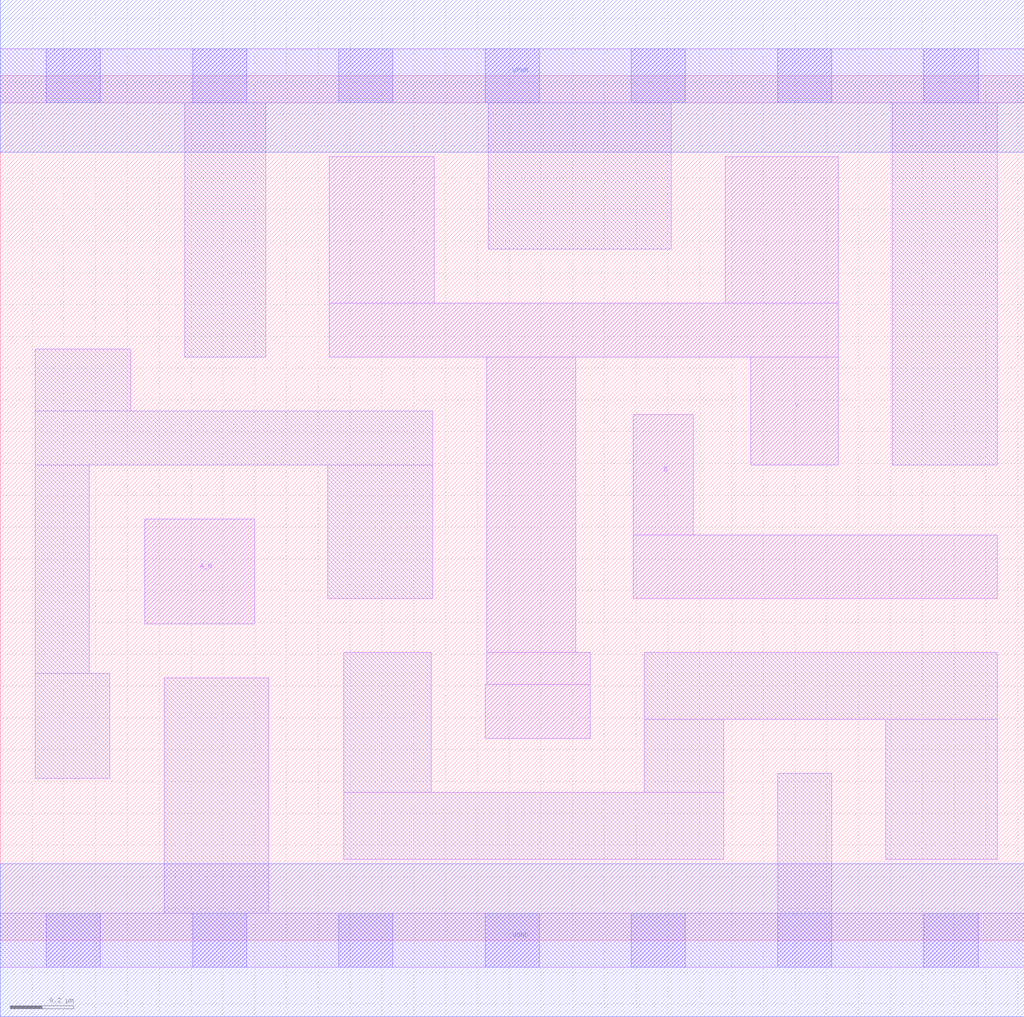
<source format=lef>
# Copyright 2020 The SkyWater PDK Authors
#
# Licensed under the Apache License, Version 2.0 (the "License");
# you may not use this file except in compliance with the License.
# You may obtain a copy of the License at
#
#     https://www.apache.org/licenses/LICENSE-2.0
#
# Unless required by applicable law or agreed to in writing, software
# distributed under the License is distributed on an "AS IS" BASIS,
# WITHOUT WARRANTIES OR CONDITIONS OF ANY KIND, either express or implied.
# See the License for the specific language governing permissions and
# limitations under the License.
#
# SPDX-License-Identifier: Apache-2.0

VERSION 5.7 ;
  NOWIREEXTENSIONATPIN ON ;
  DIVIDERCHAR "/" ;
  BUSBITCHARS "[]" ;
UNITS
  DATABASE MICRONS 200 ;
END UNITS
MACRO sky130_fd_sc_hd__nand2b_2
  CLASS CORE ;
  FOREIGN sky130_fd_sc_hd__nand2b_2 ;
  ORIGIN  0.000000  0.000000 ;
  SIZE  3.220000 BY  2.720000 ;
  SYMMETRY X Y R90 ;
  SITE unithd ;
  PIN A_N
    ANTENNAGATEAREA  0.126000 ;
    DIRECTION INPUT ;
    USE SIGNAL ;
    PORT
      LAYER li1 ;
        RECT 0.455000 0.995000 0.800000 1.325000 ;
    END
  END A_N
  PIN B
    ANTENNAGATEAREA  0.495000 ;
    DIRECTION INPUT ;
    USE SIGNAL ;
    PORT
      LAYER li1 ;
        RECT 1.990000 1.075000 3.135000 1.275000 ;
        RECT 1.990000 1.275000 2.180000 1.655000 ;
    END
  END B
  PIN Y
    ANTENNADIFFAREA  0.775500 ;
    DIRECTION OUTPUT ;
    USE SIGNAL ;
    PORT
      LAYER li1 ;
        RECT 1.035000 1.835000 2.635000 2.005000 ;
        RECT 1.035000 2.005000 1.365000 2.465000 ;
        RECT 1.525000 0.635000 1.855000 0.805000 ;
        RECT 1.530000 0.805000 1.855000 0.905000 ;
        RECT 1.530000 0.905000 1.810000 1.835000 ;
        RECT 2.280000 2.005000 2.635000 2.465000 ;
        RECT 2.360000 1.495000 2.635000 1.835000 ;
    END
  END Y
  PIN VGND
    DIRECTION INOUT ;
    SHAPE ABUTMENT ;
    USE GROUND ;
    PORT
      LAYER met1 ;
        RECT 0.000000 -0.240000 3.220000 0.240000 ;
    END
  END VGND
  PIN VPWR
    DIRECTION INOUT ;
    SHAPE ABUTMENT ;
    USE POWER ;
    PORT
      LAYER met1 ;
        RECT 0.000000 2.480000 3.220000 2.960000 ;
    END
  END VPWR
  OBS
    LAYER li1 ;
      RECT 0.000000 -0.085000 3.220000 0.085000 ;
      RECT 0.000000  2.635000 3.220000 2.805000 ;
      RECT 0.110000  0.510000 0.345000 0.840000 ;
      RECT 0.110000  0.840000 0.280000 1.495000 ;
      RECT 0.110000  1.495000 1.360000 1.665000 ;
      RECT 0.110000  1.665000 0.410000 1.860000 ;
      RECT 0.515000  0.085000 0.845000 0.825000 ;
      RECT 0.580000  1.835000 0.835000 2.635000 ;
      RECT 1.030000  1.075000 1.360000 1.495000 ;
      RECT 1.080000  0.255000 2.275000 0.465000 ;
      RECT 1.080000  0.465000 1.355000 0.905000 ;
      RECT 1.535000  2.175000 2.110000 2.635000 ;
      RECT 2.025000  0.465000 2.275000 0.695000 ;
      RECT 2.025000  0.695000 3.135000 0.905000 ;
      RECT 2.445000  0.085000 2.615000 0.525000 ;
      RECT 2.785000  0.255000 3.135000 0.695000 ;
      RECT 2.805000  1.495000 3.135000 2.635000 ;
    LAYER mcon ;
      RECT 0.145000 -0.085000 0.315000 0.085000 ;
      RECT 0.145000  2.635000 0.315000 2.805000 ;
      RECT 0.605000 -0.085000 0.775000 0.085000 ;
      RECT 0.605000  2.635000 0.775000 2.805000 ;
      RECT 1.065000 -0.085000 1.235000 0.085000 ;
      RECT 1.065000  2.635000 1.235000 2.805000 ;
      RECT 1.525000 -0.085000 1.695000 0.085000 ;
      RECT 1.525000  2.635000 1.695000 2.805000 ;
      RECT 1.985000 -0.085000 2.155000 0.085000 ;
      RECT 1.985000  2.635000 2.155000 2.805000 ;
      RECT 2.445000 -0.085000 2.615000 0.085000 ;
      RECT 2.445000  2.635000 2.615000 2.805000 ;
      RECT 2.905000 -0.085000 3.075000 0.085000 ;
      RECT 2.905000  2.635000 3.075000 2.805000 ;
  END
END sky130_fd_sc_hd__nand2b_2
END LIBRARY

</source>
